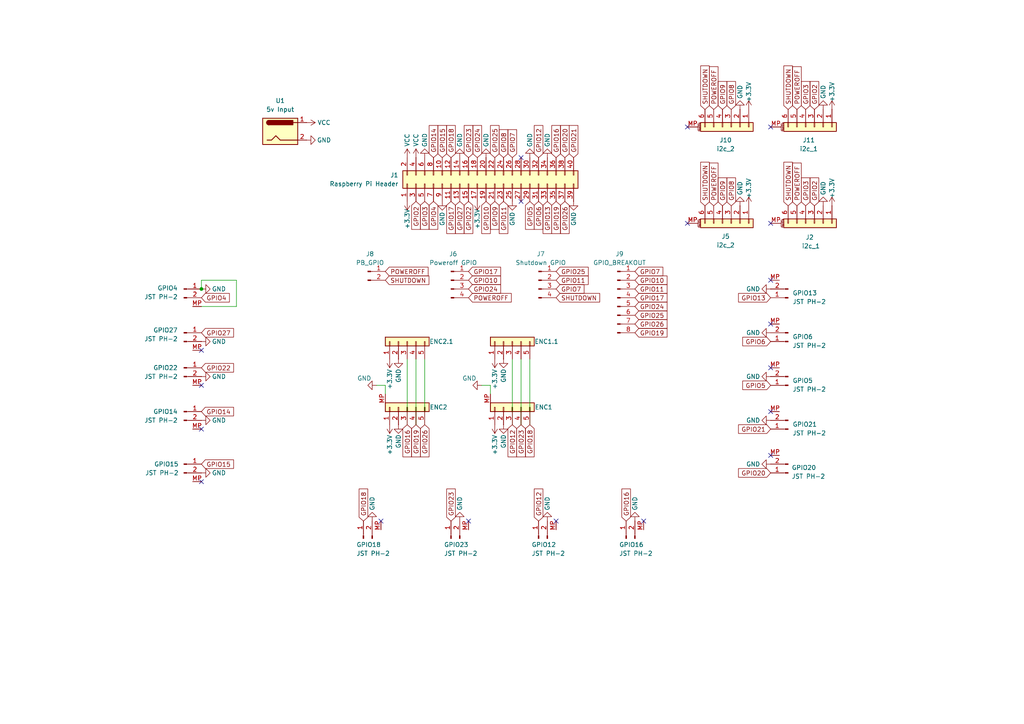
<source format=kicad_sch>
(kicad_sch (version 20250114) (generator "eeschema") (generator_version "9.0")
  (paper "A4")
  (lib_symbols
    (symbol "Connector:Conn_01x02_Pin" (pin_names (offset 1.016) (hide yes))
      (property "Reference" "J" (at 0 2.54 0))
      (property "Value" "Conn_01x02_Pin" (at 0 -5.08 0))
      (symbol "Conn_01x02_Pin_1_1"
        (rectangle (start 0.8636 0.127) (end 0 -0.127) (stroke (width 0.1524)) (fill (type outline)))
        (rectangle (start 0.8636 -2.413) (end 0 -2.667) (stroke (width 0.1524)) (fill (type outline)))
        (polyline (pts (xy 1.27 0) (xy 0.8636 0)) (stroke (width 0.1524)))
        (polyline (pts (xy 1.27 -2.54) (xy 0.8636 -2.54)) (stroke (width 0.1524)))
        (pin passive line (at 5.08 0 180) (length 3.81) (name "Pin_1") (number "1"))
        (pin passive line (at 5.08 -2.54 180) (length 3.81) (name "Pin_2") (number "2"))
      )
    )
    (symbol "Connector:Conn_01x04_Pin" (pin_names (offset 1.016) (hide yes))
      (property "Reference" "J" (at 0 5.08 0))
      (property "Value" "Conn_01x04_Pin" (at 0 -7.62 0))
      (symbol "Conn_01x04_Pin_1_1"
        (rectangle (start 0.8636 2.667) (end 0 2.413) (stroke (width 0.1524)) (fill (type outline)))
        (rectangle (start 0.8636 0.127) (end 0 -0.127) (stroke (width 0.1524)) (fill (type outline)))
        (rectangle (start 0.8636 -2.413) (end 0 -2.667) (stroke (width 0.1524)) (fill (type outline)))
        (rectangle (start 0.8636 -4.953) (end 0 -5.207) (stroke (width 0.1524)) (fill (type outline)))
        (polyline (pts (xy 1.27 2.54) (xy 0.8636 2.54)) (stroke (width 0.1524)))
        (polyline (pts (xy 1.27 0) (xy 0.8636 0)) (stroke (width 0.1524)))
        (polyline (pts (xy 1.27 -2.54) (xy 0.8636 -2.54)) (stroke (width 0.1524)))
        (polyline (pts (xy 1.27 -5.08) (xy 0.8636 -5.08)) (stroke (width 0.1524)))
        (pin passive line (at 5.08 2.54 180) (length 3.81) (name "Pin_1") (number "1"))
        (pin passive line (at 5.08 0 180) (length 3.81) (name "Pin_2") (number "2"))
        (pin passive line (at 5.08 -2.54 180) (length 3.81) (name "Pin_3") (number "3"))
        (pin passive line (at 5.08 -5.08 180) (length 3.81) (name "Pin_4") (number "4"))
      )
    )
    (symbol "Connector:Conn_01x08_Pin" (pin_names (offset 1.016) (hide yes))
      (property "Reference" "J" (at 0 10.16 0))
      (property "Value" "Conn_01x08_Pin" (at 0 -12.7 0))
      (symbol "Conn_01x08_Pin_1_1"
        (rectangle (start 0.8636 7.747) (end 0 7.493) (stroke (width 0.1524)) (fill (type outline)))
        (rectangle (start 0.8636 5.207) (end 0 4.953) (stroke (width 0.1524)) (fill (type outline)))
        (rectangle (start 0.8636 2.667) (end 0 2.413) (stroke (width 0.1524)) (fill (type outline)))
        (rectangle (start 0.8636 0.127) (end 0 -0.127) (stroke (width 0.1524)) (fill (type outline)))
        (rectangle (start 0.8636 -2.413) (end 0 -2.667) (stroke (width 0.1524)) (fill (type outline)))
        (rectangle (start 0.8636 -4.953) (end 0 -5.207) (stroke (width 0.1524)) (fill (type outline)))
        (rectangle (start 0.8636 -7.493) (end 0 -7.747) (stroke (width 0.1524)) (fill (type outline)))
        (rectangle (start 0.8636 -10.033) (end 0 -10.287) (stroke (width 0.1524)) (fill (type outline)))
        (polyline (pts (xy 1.27 7.62) (xy 0.8636 7.62)) (stroke (width 0.1524)))
        (polyline (pts (xy 1.27 5.08) (xy 0.8636 5.08)) (stroke (width 0.1524)))
        (polyline (pts (xy 1.27 2.54) (xy 0.8636 2.54)) (stroke (width 0.1524)))
        (polyline (pts (xy 1.27 0) (xy 0.8636 0)) (stroke (width 0.1524)))
        (polyline (pts (xy 1.27 -2.54) (xy 0.8636 -2.54)) (stroke (width 0.1524)))
        (polyline (pts (xy 1.27 -5.08) (xy 0.8636 -5.08)) (stroke (width 0.1524)))
        (polyline (pts (xy 1.27 -7.62) (xy 0.8636 -7.62)) (stroke (width 0.1524)))
        (polyline (pts (xy 1.27 -10.16) (xy 0.8636 -10.16)) (stroke (width 0.1524)))
        (pin passive line (at 5.08 7.62 180) (length 3.81) (name "Pin_1") (number "1"))
        (pin passive line (at 5.08 5.08 180) (length 3.81) (name "Pin_2") (number "2"))
        (pin passive line (at 5.08 2.54 180) (length 3.81) (name "Pin_3") (number "3"))
        (pin passive line (at 5.08 0 180) (length 3.81) (name "Pin_4") (number "4"))
        (pin passive line (at 5.08 -2.54 180) (length 3.81) (name "Pin_5") (number "5"))
        (pin passive line (at 5.08 -5.08 180) (length 3.81) (name "Pin_6") (number "6"))
        (pin passive line (at 5.08 -7.62 180) (length 3.81) (name "Pin_7") (number "7"))
        (pin passive line (at 5.08 -10.16 180) (length 3.81) (name "Pin_8") (number "8"))
      )
    )
    (symbol "Connector:Jack-DC" (pin_names (offset 1.016))
      (property "Reference" "J" (at 0 5.334 0))
      (property "Value" "Jack-DC" (at 0 -5.08 0))
      (symbol "Jack-DC_0_1"
        (rectangle (start -5.08 3.81) (end 5.08 -3.81) (stroke (width 0.254)) (fill (type background)))
        (polyline (pts (xy -3.81 -2.54) (xy -2.54 -2.54) (xy -1.27 -1.27) (xy 0 -2.54) (xy 2.54 -2.54) (xy 5.08 -2.54)) (stroke (width 0.254)))
        (arc (start -3.302 1.905) (mid -3.9343 2.54) (end -3.302 3.175) (stroke (width 0.254)))
        (arc (start -3.302 1.905) (mid -3.9343 2.54) (end -3.302 3.175) (stroke (width 0.254)) (fill (type outline)))
        (rectangle (start 3.683 3.175) (end -3.302 1.905) (stroke (width 0.254)) (fill (type outline)))
        (polyline (pts (xy 5.08 2.54) (xy 3.81 2.54)) (stroke (width 0.254)))
      )
      (symbol "Jack-DC_1_1"
        (pin passive line (at 7.62 2.54 180) (length 2.54) (name "~") (number "1"))
        (pin passive line (at 7.62 -2.54 180) (length 2.54) (name "~") (number "2"))
      )
    )
    (symbol "Connector_Generic:Conn_01x05" (pin_names (offset 1.016) (hide yes))
      (property "Reference" "J" (at 0 7.62 0))
      (property "Value" "Conn_01x05" (at 0 -7.62 0))
      (symbol "Conn_01x05_1_1"
        (rectangle (start -1.27 6.35) (end 1.27 -6.35) (stroke (width 0.254)) (fill (type background)))
        (rectangle (start -1.27 5.207) (end 0 4.953) (stroke (width 0.1524)))
        (rectangle (start -1.27 2.667) (end 0 2.413) (stroke (width 0.1524)))
        (rectangle (start -1.27 0.127) (end 0 -0.127) (stroke (width 0.1524)))
        (rectangle (start -1.27 -2.413) (end 0 -2.667) (stroke (width 0.1524)))
        (rectangle (start -1.27 -4.953) (end 0 -5.207) (stroke (width 0.1524)))
        (pin passive line (at -5.08 5.08 0) (length 3.81) (name "Pin_1") (number "1"))
        (pin passive line (at -5.08 2.54 0) (length 3.81) (name "Pin_2") (number "2"))
        (pin passive line (at -5.08 0 0) (length 3.81) (name "Pin_3") (number "3"))
        (pin passive line (at -5.08 -2.54 0) (length 3.81) (name "Pin_4") (number "4"))
        (pin passive line (at -5.08 -5.08 0) (length 3.81) (name "Pin_5") (number "5"))
      )
    )
    (symbol "Connector_Generic:Conn_02x20_Odd_Even" (pin_names (offset 1.016) (hide yes))
      (property "Reference" "J" (at 1.27 25.4 0))
      (property "Value" "Conn_02x20_Odd_Even" (at 1.27 -27.94 0))
      (symbol "Conn_02x20_Odd_Even_1_1"
        (rectangle (start -1.27 24.13) (end 3.81 -26.67) (stroke (width 0.254)) (fill (type background)))
        (rectangle (start -1.27 22.987) (end 0 22.733) (stroke (width 0.1524)))
        (rectangle (start -1.27 20.447) (end 0 20.193) (stroke (width 0.1524)))
        (rectangle (start -1.27 17.907) (end 0 17.653) (stroke (width 0.1524)))
        (rectangle (start -1.27 15.367) (end 0 15.113) (stroke (width 0.1524)))
        (rectangle (start -1.27 12.827) (end 0 12.573) (stroke (width 0.1524)))
        (rectangle (start -1.27 10.287) (end 0 10.033) (stroke (width 0.1524)))
        (rectangle (start -1.27 7.747) (end 0 7.493) (stroke (width 0.1524)))
        (rectangle (start -1.27 5.207) (end 0 4.953) (stroke (width 0.1524)))
        (rectangle (start -1.27 2.667) (end 0 2.413) (stroke (width 0.1524)))
        (rectangle (start -1.27 0.127) (end 0 -0.127) (stroke (width 0.1524)))
        (rectangle (start -1.27 -2.413) (end 0 -2.667) (stroke (width 0.1524)))
        (rectangle (start -1.27 -4.953) (end 0 -5.207) (stroke (width 0.1524)))
        (rectangle (start -1.27 -7.493) (end 0 -7.747) (stroke (width 0.1524)))
        (rectangle (start -1.27 -10.033) (end 0 -10.287) (stroke (width 0.1524)))
        (rectangle (start -1.27 -12.573) (end 0 -12.827) (stroke (width 0.1524)))
        (rectangle (start -1.27 -15.113) (end 0 -15.367) (stroke (width 0.1524)))
        (rectangle (start -1.27 -17.653) (end 0 -17.907) (stroke (width 0.1524)))
        (rectangle (start -1.27 -20.193) (end 0 -20.447) (stroke (width 0.1524)))
        (rectangle (start -1.27 -22.733) (end 0 -22.987) (stroke (width 0.1524)))
        (rectangle (start -1.27 -25.273) (end 0 -25.527) (stroke (width 0.1524)))
        (rectangle (start 3.81 22.987) (end 2.54 22.733) (stroke (width 0.1524)))
        (rectangle (start 3.81 20.447) (end 2.54 20.193) (stroke (width 0.1524)))
        (rectangle (start 3.81 17.907) (end 2.54 17.653) (stroke (width 0.1524)))
        (rectangle (start 3.81 15.367) (end 2.54 15.113) (stroke (width 0.1524)))
        (rectangle (start 3.81 12.827) (end 2.54 12.573) (stroke (width 0.1524)))
        (rectangle (start 3.81 10.287) (end 2.54 10.033) (stroke (width 0.1524)))
        (rectangle (start 3.81 7.747) (end 2.54 7.493) (stroke (width 0.1524)))
        (rectangle (start 3.81 5.207) (end 2.54 4.953) (stroke (width 0.1524)))
        (rectangle (start 3.81 2.667) (end 2.54 2.413) (stroke (width 0.1524)))
        (rectangle (start 3.81 0.127) (end 2.54 -0.127) (stroke (width 0.1524)))
        (rectangle (start 3.81 -2.413) (end 2.54 -2.667) (stroke (width 0.1524)))
        (rectangle (start 3.81 -4.953) (end 2.54 -5.207) (stroke (width 0.1524)))
        (rectangle (start 3.81 -7.493) (end 2.54 -7.747) (stroke (width 0.1524)))
        (rectangle (start 3.81 -10.033) (end 2.54 -10.287) (stroke (width 0.1524)))
        (rectangle (start 3.81 -12.573) (end 2.54 -12.827) (stroke (width 0.1524)))
        (rectangle (start 3.81 -15.113) (end 2.54 -15.367) (stroke (width 0.1524)))
        (rectangle (start 3.81 -17.653) (end 2.54 -17.907) (stroke (width 0.1524)))
        (rectangle (start 3.81 -20.193) (end 2.54 -20.447) (stroke (width 0.1524)))
        (rectangle (start 3.81 -22.733) (end 2.54 -22.987) (stroke (width 0.1524)))
        (rectangle (start 3.81 -25.273) (end 2.54 -25.527) (stroke (width 0.1524)))
        (pin passive line (at -5.08 22.86 0) (length 3.81) (name "Pin_1") (number "1"))
        (pin passive line (at -5.08 20.32 0) (length 3.81) (name "Pin_3") (number "3"))
        (pin passive line (at -5.08 17.78 0) (length 3.81) (name "Pin_5") (number "5"))
        (pin passive line (at -5.08 15.24 0) (length 3.81) (name "Pin_7") (number "7"))
        (pin passive line (at -5.08 12.7 0) (length 3.81) (name "Pin_9") (number "9"))
        (pin passive line (at -5.08 10.16 0) (length 3.81) (name "Pin_11") (number "11"))
        (pin passive line (at -5.08 7.62 0) (length 3.81) (name "Pin_13") (number "13"))
        (pin passive line (at -5.08 5.08 0) (length 3.81) (name "Pin_15") (number "15"))
        (pin passive line (at -5.08 2.54 0) (length 3.81) (name "Pin_17") (number "17"))
        (pin passive line (at -5.08 0 0) (length 3.81) (name "Pin_19") (number "19"))
        (pin passive line (at -5.08 -2.54 0) (length 3.81) (name "Pin_21") (number "21"))
        (pin passive line (at -5.08 -5.08 0) (length 3.81) (name "Pin_23") (number "23"))
        (pin passive line (at -5.08 -7.62 0) (length 3.81) (name "Pin_25") (number "25"))
        (pin passive line (at -5.08 -10.16 0) (length 3.81) (name "Pin_27") (number "27"))
        (pin passive line (at -5.08 -12.7 0) (length 3.81) (name "Pin_29") (number "29"))
        (pin passive line (at -5.08 -15.24 0) (length 3.81) (name "Pin_31") (number "31"))
        (pin passive line (at -5.08 -17.78 0) (length 3.81) (name "Pin_33") (number "33"))
        (pin passive line (at -5.08 -20.32 0) (length 3.81) (name "Pin_35") (number "35"))
        (pin passive line (at -5.08 -22.86 0) (length 3.81) (name "Pin_37") (number "37"))
        (pin passive line (at -5.08 -25.4 0) (length 3.81) (name "Pin_39") (number "39"))
        (pin passive line (at 7.62 22.86 180) (length 3.81) (name "Pin_2") (number "2"))
        (pin passive line (at 7.62 20.32 180) (length 3.81) (name "Pin_4") (number "4"))
        (pin passive line (at 7.62 17.78 180) (length 3.81) (name "Pin_6") (number "6"))
        (pin passive line (at 7.62 15.24 180) (length 3.81) (name "Pin_8") (number "8"))
        (pin passive line (at 7.62 12.7 180) (length 3.81) (name "Pin_10") (number "10"))
        (pin passive line (at 7.62 10.16 180) (length 3.81) (name "Pin_12") (number "12"))
        (pin passive line (at 7.62 7.62 180) (length 3.81) (name "Pin_14") (number "14"))
        (pin passive line (at 7.62 5.08 180) (length 3.81) (name "Pin_16") (number "16"))
        (pin passive line (at 7.62 2.54 180) (length 3.81) (name "Pin_18") (number "18"))
        (pin passive line (at 7.62 0 180) (length 3.81) (name "Pin_20") (number "20"))
        (pin passive line (at 7.62 -2.54 180) (length 3.81) (name "Pin_22") (number "22"))
        (pin passive line (at 7.62 -5.08 180) (length 3.81) (name "Pin_24") (number "24"))
        (pin passive line (at 7.62 -7.62 180) (length 3.81) (name "Pin_26") (number "26"))
        (pin passive line (at 7.62 -10.16 180) (length 3.81) (name "Pin_28") (number "28"))
        (pin passive line (at 7.62 -12.7 180) (length 3.81) (name "Pin_30") (number "30"))
        (pin passive line (at 7.62 -15.24 180) (length 3.81) (name "Pin_32") (number "32"))
        (pin passive line (at 7.62 -17.78 180) (length 3.81) (name "Pin_34") (number "34"))
        (pin passive line (at 7.62 -20.32 180) (length 3.81) (name "Pin_36") (number "36"))
        (pin passive line (at 7.62 -22.86 180) (length 3.81) (name "Pin_38") (number "38"))
        (pin passive line (at 7.62 -25.4 180) (length 3.81) (name "Pin_40") (number "40"))
      )
    )
    (symbol "Connector_Generic_MountingPin:Conn_01x06_MountingPin" (pin_names (offset 1.016) (hide yes))
      (property "Reference" "J" (at 0 7.62 0))
      (property "Value" "Conn_01x06_MountingPin" (at 1.27 -10.16 0))
      (symbol "Conn_01x06_MountingPin_1_1"
        (rectangle (start -1.27 6.35) (end 1.27 -8.89) (stroke (width 0.254)) (fill (type background)))
        (rectangle (start -1.27 5.207) (end 0 4.953) (stroke (width 0.1524)))
        (rectangle (start -1.27 2.667) (end 0 2.413) (stroke (width 0.1524)))
        (rectangle (start -1.27 0.127) (end 0 -0.127) (stroke (width 0.1524)))
        (rectangle (start -1.27 -2.413) (end 0 -2.667) (stroke (width 0.1524)))
        (rectangle (start -1.27 -4.953) (end 0 -5.207) (stroke (width 0.1524)))
        (rectangle (start -1.27 -7.493) (end 0 -7.747) (stroke (width 0.1524)))
        (polyline (pts (xy -1.016 -9.652) (xy 1.016 -9.652)) (stroke (width 0.1524)))
        (text "Mounting" (at 0 -9.271 0) (effects (font (size 0.381 0.381))))
        (pin passive line (at -5.08 5.08 0) (length 3.81) (name "Pin_1") (number "1"))
        (pin passive line (at -5.08 2.54 0) (length 3.81) (name "Pin_2") (number "2"))
        (pin passive line (at -5.08 0 0) (length 3.81) (name "Pin_3") (number "3"))
        (pin passive line (at -5.08 -2.54 0) (length 3.81) (name "Pin_4") (number "4"))
        (pin passive line (at -5.08 -5.08 0) (length 3.81) (name "Pin_5") (number "5"))
        (pin passive line (at -5.08 -7.62 0) (length 3.81) (name "Pin_6") (number "6"))
        (pin passive line (at 0 -12.7 90) (length 3.048) (name "MountPin") (number "MP"))
      )
    )
    (symbol "aerojudge:Conn_01x02_Pin_WITH_MP" (pin_names (offset 1.016) (hide yes))
      (property "Reference" "J" (at 0 2.54 0))
      (property "Value" "Conn_01x02_Pin_WITH_MP" (at 0 -6.858 0))
      (symbol "Conn_01x02_Pin_WITH_MP_1_1"
        (rectangle (start 0.8636 0.127) (end 0 -0.127) (stroke (width 0.1524)) (fill (type outline)))
        (rectangle (start 0.8636 -2.413) (end 0 -2.667) (stroke (width 0.1524)) (fill (type outline)))
        (polyline (pts (xy 1.27 0) (xy 0.8636 0)) (stroke (width 0.1524)))
        (polyline (pts (xy 1.27 -2.54) (xy 0.8636 -2.54)) (stroke (width 0.1524)))
        (pin passive line (at 5.08 0 180) (length 3.81) (name "Pin_1") (number "1"))
        (pin passive line (at 5.08 -2.54 180) (length 3.81) (name "Pin_2") (number "2"))
        (pin unspecified line (at 5.08 -5.08 180) (length 2.54) (name "MP") (number "MP"))
      )
    )
    (symbol "aerojudge:Conn_01x05_WITH_MP" (pin_names (offset 1.016) (hide yes))
      (property "Reference" "J" (at 0 7.62 0))
      (property "Value" "Conn_01x05_WITH_MP" (at 0 -7.62 0))
      (symbol "Conn_01x05_WITH_MP_1_1"
        (rectangle (start -1.27 6.35) (end 1.27 -6.35) (stroke (width 0.254)) (fill (type background)))
        (rectangle (start -1.27 5.207) (end 0 4.953) (stroke (width 0.1524)))
        (rectangle (start -1.27 2.667) (end 0 2.413) (stroke (width 0.1524)))
        (rectangle (start -1.27 0.127) (end 0 -0.127) (stroke (width 0.1524)))
        (rectangle (start -1.27 -2.413) (end 0 -2.667) (stroke (width 0.1524)))
        (rectangle (start -1.27 -4.953) (end 0 -5.207) (stroke (width 0.1524)))
        (pin passive line (at -5.08 5.08 0) (length 3.81) (name "Pin_1") (number "1"))
        (pin passive line (at -5.08 2.54 0) (length 3.81) (name "Pin_2") (number "2"))
        (pin passive line (at -5.08 0 0) (length 3.81) (name "Pin_3") (number "3"))
        (pin passive line (at -5.08 -2.54 0) (length 3.81) (name "Pin_4") (number "4"))
        (pin passive line (at -5.08 -5.08 0) (length 3.81) (name "Pin_5") (number "5"))
        (pin unspecified line (at 3.81 6.35 180) (length 2.54) (name "MP") (number "MP"))
      )
    )
    (symbol "power:+3.3V" (power) (pin_numbers (hide yes)) (pin_names (offset 0) (hide yes))
      (property "Value" "+3.3V" (at 0 3.556 0))
      (symbol "+3.3V_0_1"
        (polyline (pts (xy -0.762 1.27) (xy 0 2.54)))
        (polyline (pts (xy 0 2.54) (xy 0.762 1.27)))
        (polyline (pts (xy 0 0) (xy 0 2.54)))
      )
      (symbol "+3.3V_1_1"
        (pin power_in line (at 0 0 90) (length 0) (name "~") (number "1"))
      )
    )
    (symbol "power:GND" (power) (pin_numbers (hide yes)) (pin_names (offset 0) (hide yes))
      (property "Value" "GND" (at 0 -3.81 0))
      (symbol "GND_0_1"
        (polyline (pts (xy 0 0) (xy 0 -1.27) (xy 1.27 -1.27) (xy 0 -2.54) (xy -1.27 -1.27) (xy 0 -1.27)))
      )
      (symbol "GND_1_1"
        (pin power_in line (at 0 0 270) (length 0) (name "~") (number "1"))
      )
    )
    (symbol "power:VCC" (power) (pin_numbers (hide yes)) (pin_names (offset 0) (hide yes))
      (property "Value" "VCC" (at 0 3.556 0))
      (symbol "VCC_0_1"
        (polyline (pts (xy -0.762 1.27) (xy 0 2.54)))
        (polyline (pts (xy 0 2.54) (xy 0.762 1.27)))
        (polyline (pts (xy 0 0) (xy 0 2.54)))
      )
      (symbol "VCC_1_1"
        (pin power_in line (at 0 0 90) (length 0) (name "~") (number "1"))
      )
    )
  )
  (junction (at 58.42 83.82))
  (no_connect (at 223.52 132.08))
  (no_connect (at 161.29 151.13))
  (no_connect (at 223.52 36.83))
  (no_connect (at 186.69 151.13))
  (no_connect (at 223.52 93.98))
  (no_connect (at 223.52 64.77))
  (no_connect (at 58.42 139.7))
  (no_connect (at 199.39 64.77))
  (no_connect (at 199.39 36.83))
  (no_connect (at 135.89 151.13))
  (no_connect (at 223.52 106.68))
  (no_connect (at 58.42 101.6))
  (no_connect (at 58.42 111.76))
  (no_connect (at 223.52 81.28))
  (no_connect (at 151.13 45.72))
  (no_connect (at 151.13 58.42))
  (no_connect (at 58.42 124.46))
  (no_connect (at 223.52 119.38))
  (no_connect (at 110.49 151.13))
  (wire (pts (xy 142.24 111.76) (xy 139.7 111.76)))
  (wire (pts (xy 148.59 104.14) (xy 148.59 123.19)))
  (wire (pts (xy 58.42 81.28) (xy 58.42 83.82)))
  (wire (pts (xy 111.76 111.76) (xy 109.22 111.76)))
  (wire (pts (xy 68.58 88.9) (xy 58.42 88.9)))
  (wire (pts (xy 151.13 104.14) (xy 151.13 123.19)))
  (wire (pts (xy 153.67 104.14) (xy 153.67 123.19)))
  (wire (pts (xy 118.11 104.14) (xy 118.11 123.19)))
  (wire (pts (xy 111.76 114.3) (xy 111.76 111.76)))
  (wire (pts (xy 142.24 114.3) (xy 142.24 111.76)))
  (wire (pts (xy 68.58 81.28) (xy 58.42 81.28)))
  (wire (pts (xy 120.65 104.14) (xy 120.65 123.19)))
  (wire (pts (xy 123.19 104.14) (xy 123.19 123.19)))
  (wire (pts (xy 68.58 81.28) (xy 68.58 88.9)))
  (global_label "GPIO6" (shape input) (at 223.52 99.06 180) (property "Intersheetrefs" "${INTERSHEET_REFS}" (effects (hide yes))))
  (global_label "GPIO11" (shape input) (at 184.15 83.82 0) (property "Intersheetrefs" "${INTERSHEET_REFS}" (effects (hide yes))))
  (global_label "GPIO24" (shape input) (at 135.89 83.82 0) (property "Intersheetrefs" "${INTERSHEET_REFS}" (effects (hide yes))))
  (global_label "SHUTDOWN" (shape input) (at 204.47 31.75 90) (property "Intersheetrefs" "${INTERSHEET_REFS}" (effects (hide yes))))
  (global_label "POWEROFF" (shape input) (at 207.01 59.69 90) (property "Intersheetrefs" "${INTERSHEET_REFS}" (effects (hide yes))))
  (global_label "GPIO3" (shape input) (at 233.68 59.69 90) (property "Intersheetrefs" "${INTERSHEET_REFS}" (effects (hide yes))))
  (global_label "GPIO2" (shape input) (at 120.65 58.42 270) (property "Intersheetrefs" "${INTERSHEET_REFS}" (effects (hide yes))))
  (global_label "GPIO21" (shape input) (at 223.52 124.46 180) (property "Intersheetrefs" "${INTERSHEET_REFS}" (effects (hide yes))))
  (global_label "GPIO23" (shape input) (at 151.13 123.19 270) (property "Intersheetrefs" "${INTERSHEET_REFS}" (effects (hide yes))))
  (global_label "GPIO19" (shape input) (at 161.29 58.42 270) (property "Intersheetrefs" "${INTERSHEET_REFS}" (effects (hide yes))))
  (global_label "GPIO12" (shape input) (at 156.21 151.13 90) (property "Intersheetrefs" "${INTERSHEET_REFS}" (effects (hide yes))))
  (global_label "GPIO8" (shape input) (at 212.09 31.75 90) (property "Intersheetrefs" "${INTERSHEET_REFS}" (effects (hide yes))))
  (global_label "GPIO11" (shape input) (at 146.05 58.42 270) (property "Intersheetrefs" "${INTERSHEET_REFS}" (effects (hide yes))))
  (global_label "GPIO8" (shape input) (at 146.05 45.72 90) (property "Intersheetrefs" "${INTERSHEET_REFS}" (effects (hide yes))))
  (global_label "GPIO25" (shape input) (at 143.51 45.72 90) (property "Intersheetrefs" "${INTERSHEET_REFS}" (effects (hide yes))))
  (global_label "GPIO16" (shape input) (at 161.29 45.72 90) (property "Intersheetrefs" "${INTERSHEET_REFS}" (effects (hide yes))))
  (global_label "GPIO22" (shape input) (at 135.89 58.42 270) (property "Intersheetrefs" "${INTERSHEET_REFS}" (effects (hide yes))))
  (global_label "GPIO15" (shape input) (at 128.27 45.72 90) (property "Intersheetrefs" "${INTERSHEET_REFS}" (effects (hide yes))))
  (global_label "GPIO5" (shape input) (at 223.52 111.76 180) (property "Intersheetrefs" "${INTERSHEET_REFS}" (effects (hide yes))))
  (global_label "GPIO15" (shape input) (at 58.42 134.62 0) (property "Intersheetrefs" "${INTERSHEET_REFS}" (effects (hide yes))))
  (global_label "GPIO7" (shape input) (at 148.59 45.72 90) (property "Intersheetrefs" "${INTERSHEET_REFS}" (effects (hide yes))))
  (global_label "SHUTDOWN" (shape input) (at 228.6 59.69 90) (property "Intersheetrefs" "${INTERSHEET_REFS}" (effects (hide yes))))
  (global_label "GPIO13" (shape input) (at 223.52 86.36 180) (property "Intersheetrefs" "${INTERSHEET_REFS}" (effects (hide yes))))
  (global_label "GPIO25" (shape input) (at 161.29 78.74 0) (property "Intersheetrefs" "${INTERSHEET_REFS}" (effects (hide yes))))
  (global_label "GPIO19" (shape input) (at 184.15 96.52 0) (property "Intersheetrefs" "${INTERSHEET_REFS}" (effects (hide yes))))
  (global_label "SHUTDOWN" (shape input) (at 111.76 81.28 0) (property "Intersheetrefs" "${INTERSHEET_REFS}" (effects (hide yes))))
  (global_label "GPIO26" (shape input) (at 163.83 58.42 270) (property "Intersheetrefs" "${INTERSHEET_REFS}" (effects (hide yes))))
  (global_label "GPIO10" (shape input) (at 135.89 81.28 0) (property "Intersheetrefs" "${INTERSHEET_REFS}" (effects (hide yes))))
  (global_label "GPIO13" (shape input) (at 158.75 58.42 270) (property "Intersheetrefs" "${INTERSHEET_REFS}" (effects (hide yes))))
  (global_label "POWEROFF" (shape input) (at 231.14 59.69 90) (property "Intersheetrefs" "${INTERSHEET_REFS}" (effects (hide yes))))
  (global_label "GPIO20" (shape input) (at 163.83 45.72 90) (property "Intersheetrefs" "${INTERSHEET_REFS}" (effects (hide yes))))
  (global_label "GPIO10" (shape input) (at 140.97 58.42 270) (property "Intersheetrefs" "${INTERSHEET_REFS}" (effects (hide yes))))
  (global_label "GPIO10" (shape input) (at 184.15 81.28 0) (property "Intersheetrefs" "${INTERSHEET_REFS}" (effects (hide yes))))
  (global_label "GPIO2" (shape input) (at 236.22 31.75 90) (property "Intersheetrefs" "${INTERSHEET_REFS}" (effects (hide yes))))
  (global_label "GPIO7" (shape input) (at 161.29 83.82 0) (property "Intersheetrefs" "${INTERSHEET_REFS}" (effects (hide yes))))
  (global_label "GPIO26" (shape input) (at 184.15 93.98 0) (property "Intersheetrefs" "${INTERSHEET_REFS}" (effects (hide yes))))
  (global_label "GPIO18" (shape input) (at 153.67 123.19 270) (property "Intersheetrefs" "${INTERSHEET_REFS}" (effects (hide yes))))
  (global_label "POWEROFF" (shape input) (at 135.89 86.36 0) (property "Intersheetrefs" "${INTERSHEET_REFS}" (effects (hide yes))))
  (global_label "GPIO9" (shape input) (at 209.55 31.75 90) (property "Intersheetrefs" "${INTERSHEET_REFS}" (effects (hide yes))))
  (global_label "GPIO25" (shape input) (at 184.15 91.44 0) (property "Intersheetrefs" "${INTERSHEET_REFS}" (effects (hide yes))))
  (global_label "GPIO4" (shape input) (at 58.42 86.36 0) (property "Intersheetrefs" "${INTERSHEET_REFS}" (effects (hide yes))))
  (global_label "SHUTDOWN" (shape input) (at 161.29 86.36 0) (property "Intersheetrefs" "${INTERSHEET_REFS}" (effects (hide yes))))
  (global_label "GPIO14" (shape input) (at 125.73 45.72 90) (property "Intersheetrefs" "${INTERSHEET_REFS}" (effects (hide yes))))
  (global_label "GPIO16" (shape input) (at 181.61 151.13 90) (property "Intersheetrefs" "${INTERSHEET_REFS}" (effects (hide yes))))
  (global_label "GPIO18" (shape input) (at 105.41 151.13 90) (property "Intersheetrefs" "${INTERSHEET_REFS}" (effects (hide yes))))
  (global_label "GPIO21" (shape input) (at 166.37 45.72 90) (property "Intersheetrefs" "${INTERSHEET_REFS}" (effects (hide yes))))
  (global_label "POWEROFF" (shape input) (at 207.01 31.75 90) (property "Intersheetrefs" "${INTERSHEET_REFS}" (effects (hide yes))))
  (global_label "GPIO14" (shape input) (at 58.42 119.38 0) (property "Intersheetrefs" "${INTERSHEET_REFS}" (effects (hide yes))))
  (global_label "GPIO6" (shape input) (at 156.21 58.42 270) (property "Intersheetrefs" "${INTERSHEET_REFS}" (effects (hide yes))))
  (global_label "GPIO27" (shape input) (at 58.42 96.52 0) (property "Intersheetrefs" "${INTERSHEET_REFS}" (effects (hide yes))))
  (global_label "GPIO17" (shape input) (at 135.89 78.74 0) (property "Intersheetrefs" "${INTERSHEET_REFS}" (effects (hide yes))))
  (global_label "GPIO16" (shape input) (at 118.11 123.19 270) (property "Intersheetrefs" "${INTERSHEET_REFS}" (effects (hide yes))))
  (global_label "GPIO9" (shape input) (at 209.55 59.69 90) (property "Intersheetrefs" "${INTERSHEET_REFS}" (effects (hide yes))))
  (global_label "POWEROFF" (shape input) (at 231.14 31.75 90) (property "Intersheetrefs" "${INTERSHEET_REFS}" (effects (hide yes))))
  (global_label "GPIO26" (shape input) (at 123.19 123.19 270) (property "Intersheetrefs" "${INTERSHEET_REFS}" (effects (hide yes))))
  (global_label "SHUTDOWN" (shape input) (at 228.6 31.75 90) (property "Intersheetrefs" "${INTERSHEET_REFS}" (effects (hide yes))))
  (global_label "GPIO19" (shape input) (at 120.65 123.19 270) (property "Intersheetrefs" "${INTERSHEET_REFS}" (effects (hide yes))))
  (global_label "GPIO12" (shape input) (at 156.21 45.72 90) (property "Intersheetrefs" "${INTERSHEET_REFS}" (effects (hide yes))))
  (global_label "GPIO27" (shape input) (at 133.35 58.42 270) (property "Intersheetrefs" "${INTERSHEET_REFS}" (effects (hide yes))))
  (global_label "GPIO11" (shape input) (at 161.29 81.28 0) (property "Intersheetrefs" "${INTERSHEET_REFS}" (effects (hide yes))))
  (global_label "GPIO23" (shape input) (at 135.89 45.72 90) (property "Intersheetrefs" "${INTERSHEET_REFS}" (effects (hide yes))))
  (global_label "GPIO12" (shape input) (at 148.59 123.19 270) (property "Intersheetrefs" "${INTERSHEET_REFS}" (effects (hide yes))))
  (global_label "GPIO24" (shape input) (at 138.43 45.72 90) (property "Intersheetrefs" "${INTERSHEET_REFS}" (effects (hide yes))))
  (global_label "GPIO3" (shape input) (at 233.68 31.75 90) (property "Intersheetrefs" "${INTERSHEET_REFS}" (effects (hide yes))))
  (global_label "SHUTDOWN" (shape input) (at 204.47 59.69 90) (property "Intersheetrefs" "${INTERSHEET_REFS}" (effects (hide yes))))
  (global_label "GPIO3" (shape input) (at 123.19 58.42 270) (property "Intersheetrefs" "${INTERSHEET_REFS}" (effects (hide yes))))
  (global_label "GPIO8" (shape input) (at 212.09 59.69 90) (property "Intersheetrefs" "${INTERSHEET_REFS}" (effects (hide yes))))
  (global_label "GPIO17" (shape input) (at 184.15 86.36 0) (property "Intersheetrefs" "${INTERSHEET_REFS}" (effects (hide yes))))
  (global_label "POWEROFF" (shape input) (at 111.76 78.74 0) (property "Intersheetrefs" "${INTERSHEET_REFS}" (effects (hide yes))))
  (global_label "GPIO22" (shape input) (at 58.42 106.68 0) (property "Intersheetrefs" "${INTERSHEET_REFS}" (effects (hide yes))))
  (global_label "GPIO9" (shape input) (at 143.51 58.42 270) (property "Intersheetrefs" "${INTERSHEET_REFS}" (effects (hide yes))))
  (global_label "GPIO24" (shape input) (at 184.15 88.9 0) (property "Intersheetrefs" "${INTERSHEET_REFS}" (effects (hide yes))))
  (global_label "GPIO5" (shape input) (at 153.67 58.42 270) (property "Intersheetrefs" "${INTERSHEET_REFS}" (effects (hide yes))))
  (global_label "GPIO20" (shape input) (at 223.52 137.16 180) (property "Intersheetrefs" "${INTERSHEET_REFS}" (effects (hide yes))))
  (global_label "GPIO4" (shape input) (at 125.73 58.42 270) (property "Intersheetrefs" "${INTERSHEET_REFS}" (effects (hide yes))))
  (global_label "GPIO17" (shape input) (at 130.81 58.42 270) (property "Intersheetrefs" "${INTERSHEET_REFS}" (effects (hide yes))))
  (global_label "GPIO23" (shape input) (at 130.81 151.13 90) (property "Intersheetrefs" "${INTERSHEET_REFS}" (effects (hide yes))))
  (global_label "GPIO7" (shape input) (at 184.15 78.74 0) (property "Intersheetrefs" "${INTERSHEET_REFS}" (effects (hide yes))))
  (global_label "GPIO2" (shape input) (at 236.22 59.69 90) (property "Intersheetrefs" "${INTERSHEET_REFS}" (effects (hide yes))))
  (global_label "GPIO18" (shape input) (at 130.81 45.72 90) (property "Intersheetrefs" "${INTERSHEET_REFS}" (effects (hide yes))))
  (symbol (lib_id "power:GND") (at 148.59 58.42 0) (unit 1)
    (property "Reference" "#PWR05" (effects (hide yes)))
    (property "Value" "GND" (at 148.59 63.5 90))
    (property "Description" "Power symbol creates a global label with name \"GND\" , ground" (effects (hide yes)))
  )
  (symbol (lib_id "aerojudge:Conn_01x02_Pin_WITH_MP") (at 181.61 156.21 90) (unit 1)
    (property "Reference" "GPIO16" (at 179.578 157.988 90) (effects (justify right)))
    (property "Value" "JST PH-2" (at 179.578 160.528 90) (effects (justify right)))
    (property "Footprint" "Custom_Library:JST_PH_S2B-PH-K_1x02_P2.00mm_Horizontal_MP" (effects (hide yes)))
    (property "Description" "Generic connector, single row, 01x02, script generated" (effects (hide yes)))
  )
  (symbol (lib_id "power:GND") (at 223.52 109.22 270) (unit 1)
    (property "Reference" "#PWR021" (effects (hide yes)))
    (property "Value" "GND" (at 218.44 109.22 90))
    (property "Description" "Power symbol creates a global label with name \"GND\" , ground" (effects (hide yes)))
  )
  (symbol (lib_id "power:GND") (at 238.76 31.75 180) (unit 1)
    (property "Reference" "#PWR047" (effects (hide yes)))
    (property "Value" "GND" (at 238.76 26.67 90))
    (property "Description" "Power symbol creates a global label with name \"GND\" , ground" (effects (hide yes)))
  )
  (symbol (lib_id "aerojudge:Conn_01x02_Pin_WITH_MP") (at 156.21 156.21 90) (unit 1)
    (property "Reference" "GPIO12" (at 154.178 157.988 90) (effects (justify right)))
    (property "Value" "JST PH-2" (at 154.178 160.528 90) (effects (justify right)))
    (property "Footprint" "Custom_Library:JST_PH_S2B-PH-K_1x02_P2.00mm_Horizontal_MP" (effects (hide yes)))
    (property "Description" "Generic connector, single row, 01x02, script generated" (effects (hide yes)))
  )
  (symbol (lib_id "power:GND") (at 58.42 99.06 90) (unit 1)
    (property "Reference" "#PWR025" (effects (hide yes)))
    (property "Value" "GND" (at 63.5 99.06 90))
    (property "Description" "Power symbol creates a global label with name \"GND\" , ground" (effects (hide yes)))
  )
  (symbol (lib_id "aerojudge:Conn_01x02_Pin_WITH_MP") (at 53.34 119.38 0) (unit 1)
    (property "Reference" "GPIO14" (at 51.562 119.38 0) (effects (justify right)))
    (property "Value" "JST PH-2" (at 51.562 121.92 0) (effects (justify right)))
    (property "Footprint" "Custom_Library:JST_PH_S2B-PH-K_1x02_P2.00mm_Horizontal_MP" (effects (hide yes)))
    (property "Description" "Generic connector, single row, 01x02, script generated" (effects (hide yes)))
  )
  (symbol (lib_id "Connector:Conn_01x08_Pin") (at 179.07 86.36 0) (unit 1)
    (property "Reference" "J9" (at 179.705 73.66 0))
    (property "Value" "GPIO_BREAKOUT" (at 179.705 76.2 0))
    (property "Footprint" "Custom_Library:PinHeader_2x04_P1.27mm_Vertical_SMD_NoBorder" (effects (hide yes)))
    (property "Description" "Generic connector, single row, 01x08, script generated" (effects (hide yes)))
  )
  (symbol (lib_id "aerojudge:Conn_01x05_WITH_MP") (at 118.11 118.11 90) (unit 1)
    (property "Reference" "ENC2" (at 129.794 118.11 90) (effects (justify left)))
    (property "Value" "Encoder_2mm_1x5_MP" (effects (hide yes)))
    (property "Footprint" "Connector_JST:JST_PH_S5B-PH-SM4-TB_1x05-1MP_P2.00mm_Horizontal" (effects (hide yes)))
  )
  (symbol (lib_id "Connector_Generic_MountingPin:Conn_01x06_MountingPin") (at 236.22 64.77 270) (unit 1)
    (property "Reference" "J2" (at 234.8484 68.834 90))
    (property "Value" "i2c_1" (at 235.204 71.374 90))
    (property "Footprint" "Connector_JST:JST_PH_S6B-PH-SM4-TB_1x06-1MP_P2.00mm_Horizontal" (effects (hide yes)))
  )
  (symbol (lib_id "Connector:Jack-DC") (at 81.28 38.1 0) (unit 1)
    (property "Reference" "U1" (at 81.28 29.21 0))
    (property "Value" "5v Input" (at 81.28 31.75 0))
    (property "Footprint" "Custom_Library:Solder_Pads" (effects (hide yes)))
    (property "Description" "DC Barrel Jack" (effects (hide yes)))
  )
  (symbol (lib_id "power:VCC") (at 118.11 45.72 0) (unit 1)
    (property "Reference" "#PWR014" (effects (hide yes)))
    (property "Value" "VCC" (at 118.11 40.64 90))
    (property "Description" "Power symbol creates a global label with name \"VCC\"" (effects (hide yes)))
  )
  (symbol (lib_id "power:GND") (at 140.97 45.72 180) (unit 1)
    (property "Reference" "#PWR08" (effects (hide yes)))
    (property "Value" "GND" (at 140.97 40.64 90))
    (property "Description" "Power symbol creates a global label with name \"GND\" , ground" (effects (hide yes)))
  )
  (symbol (lib_id "power:GND") (at 146.05 123.19 0) (unit 1)
    (property "Reference" "#PWR012" (effects (hide yes)))
    (property "Value" "GND" (at 146.05 125.984 90) (effects (justify right)))
    (property "Description" "Power symbol creates a global label with name \"GND\" , ground" (effects (hide yes)))
  )
  (symbol (lib_id "Connector_Generic:Conn_02x20_Odd_Even") (at 140.97 53.34 90) (unit 1)
    (property "Reference" "J1" (at 115.57 50.7999 90) (effects (justify left)))
    (property "Value" "Raspberry Pi Header" (at 115.57 53.3399 90) (effects (justify left)))
    (property "Footprint" "Custom_Library:PinHeader_2x20_P2.54mm_RPI" (effects (hide yes)))
  )
  (symbol (lib_id "aerojudge:Conn_01x02_Pin_WITH_MP") (at 105.41 156.21 90) (unit 1)
    (property "Reference" "GPIO18" (at 103.378 157.988 90) (effects (justify right)))
    (property "Value" "JST PH-2" (at 103.378 160.528 90) (effects (justify right)))
    (property "Footprint" "Custom_Library:JST_PH_S2B-PH-K_1x02_P2.00mm_Horizontal_MP" (effects (hide yes)))
    (property "Description" "Generic connector, single row, 01x02, script generated" (effects (hide yes)))
  )
  (symbol (lib_id "aerojudge:Conn_01x02_Pin_WITH_MP") (at 53.34 83.82 0) (unit 1)
    (property "Reference" "GPIO4" (at 51.562 83.566 0) (effects (justify right)))
    (property "Value" "JST PH-2" (at 51.562 86.106 0) (effects (justify right)))
    (property "Footprint" "Custom_Library:JST_PH_S2B-PH-K_1x02_P2.00mm_Horizontal_MP" (effects (hide yes)))
    (property "Description" "Generic connector, single row, 01x02, script generated" (effects (hide yes)))
  )
  (symbol (lib_id "power:VCC") (at 88.9 35.56 270) (unit 1)
    (property "Reference" "#PWR036" (effects (hide yes)))
    (property "Value" "VCC" (at 93.98 35.56 90))
    (property "Description" "Power symbol creates a global label with name \"VCC\"" (effects (hide yes)))
  )
  (symbol (lib_id "power:GND") (at 115.57 123.19 0) (unit 1)
    (property "Reference" "#PWR017" (effects (hide yes)))
    (property "Value" "GND" (at 115.57 125.984 90) (effects (justify right)))
    (property "Description" "Power symbol creates a global label with name \"GND\" , ground" (effects (hide yes)))
  )
  (symbol (lib_id "aerojudge:Conn_01x02_Pin_WITH_MP") (at 228.6 99.06 180) (unit 1)
    (property "Reference" "GPIO6" (at 229.87 97.6883 0) (effects (justify right)))
    (property "Value" "JST PH-2" (at 229.87 100.2283 0) (effects (justify right)))
    (property "Footprint" "Custom_Library:JST_PH_S2B-PH-K_1x02_P2.00mm_Horizontal_MP" (effects (hide yes)))
    (property "Description" "Generic connector, single row, 01x02, script generated" (effects (hide yes)))
  )
  (symbol (lib_id "Connector_Generic:Conn_01x05") (at 118.11 99.06 90) (unit 1)
    (property "Reference" "ENC2.1" (at 128.016 99.06 90))
    (property "Value" "Conn_01x05" (effects (hide yes)))
    (property "Footprint" "Connector_PinHeader_2.00mm:PinHeader_1x05_P2.00mm_Vertical" (effects (hide yes)))
    (property "Description" "Generic connector, single row, 01x05, script generated (kicad-library-utils/schlib/autogen/connector/)" (effects (hide yes)))
  )
  (symbol (lib_id "aerojudge:Conn_01x02_Pin_WITH_MP") (at 53.34 106.68 0) (unit 1)
    (property "Reference" "GPIO22" (at 51.562 106.68 0) (effects (justify right)))
    (property "Value" "JST PH-2" (at 51.562 109.22 0) (effects (justify right)))
    (property "Footprint" "Custom_Library:JST_PH_S2B-PH-K_1x02_P2.00mm_Horizontal_MP" (effects (hide yes)))
    (property "Description" "Generic connector, single row, 01x02, script generated" (effects (hide yes)))
  )
  (symbol (lib_id "power:GND") (at 238.76 59.69 180) (unit 1)
    (property "Reference" "#PWR015" (effects (hide yes)))
    (property "Value" "GND" (at 238.76 54.61 90))
    (property "Description" "Power symbol creates a global label with name \"GND\" , ground" (effects (hide yes)))
  )
  (symbol (lib_id "power:+3.3V") (at 217.17 31.75 0) (unit 1)
    (property "Reference" "#PWR046" (effects (hide yes)))
    (property "Value" "+3.3V" (at 217.17 26.67 90))
    (property "Description" "Power symbol creates a global label with name \"+3.3V\"" (effects (hide yes)))
  )
  (symbol (lib_id "power:GND") (at 214.63 31.75 180) (unit 1)
    (property "Reference" "#PWR045" (effects (hide yes)))
    (property "Value" "GND" (at 214.63 26.67 90))
    (property "Description" "Power symbol creates a global label with name \"GND\" , ground" (effects (hide yes)))
  )
  (symbol (lib_id "power:GND") (at 223.52 83.82 270) (unit 1)
    (property "Reference" "#PWR019" (effects (hide yes)))
    (property "Value" "GND" (at 218.44 83.82 90))
    (property "Description" "Power symbol creates a global label with name \"GND\" , ground" (effects (hide yes)))
  )
  (symbol (lib_id "power:GND") (at 214.63 59.69 180) (unit 1)
    (property "Reference" "#PWR042" (effects (hide yes)))
    (property "Value" "GND" (at 214.63 54.61 90))
    (property "Description" "Power symbol creates a global label with name \"GND\" , ground" (effects (hide yes)))
  )
  (symbol (lib_id "aerojudge:Conn_01x02_Pin_WITH_MP") (at 53.34 134.62 0) (unit 1)
    (property "Reference" "GPIO15" (at 51.816 134.62 0) (effects (justify right)))
    (property "Value" "JST PH-2" (at 51.816 137.16 0) (effects (justify right)))
    (property "Footprint" "Custom_Library:JST_PH_S2B-PH-K_1x02_P2.00mm_Horizontal_MP" (effects (hide yes)))
    (property "Description" "Generic connector, single row, 01x02, script generated" (effects (hide yes)))
  )
  (symbol (lib_id "aerojudge:Conn_01x02_Pin_WITH_MP") (at 53.34 96.52 0) (unit 1)
    (property "Reference" "GPIO27" (at 51.562 95.758 0) (effects (justify right)))
    (property "Value" "JST PH-2" (at 51.562 98.298 0) (effects (justify right)))
    (property "Footprint" "Custom_Library:JST_PH_S2B-PH-K_1x02_P2.00mm_Horizontal_MP" (effects (hide yes)))
    (property "Description" "Generic connector, single row, 01x02, script generated" (effects (hide yes)))
  )
  (symbol (lib_id "power:VCC") (at 120.65 45.72 0) (unit 1)
    (property "Reference" "#PWR013" (effects (hide yes)))
    (property "Value" "VCC" (at 120.65 40.64 90))
    (property "Description" "Power symbol creates a global label with name \"VCC\"" (effects (hide yes)))
  )
  (symbol (lib_id "Connector_Generic_MountingPin:Conn_01x06_MountingPin") (at 212.09 36.83 270) (unit 1)
    (property "Reference" "J10" (at 210.4644 40.64 90))
    (property "Value" "i2c_2" (at 210.4644 43.18 90))
    (property "Footprint" "Connector_JST:JST_SH_SM06B-SRSS-TB_1x06-1MP_P1.00mm_Horizontal" (effects (hide yes)))
  )
  (symbol (lib_id "power:+3.3V") (at 241.3 31.75 0) (unit 1)
    (property "Reference" "#PWR048" (effects (hide yes)))
    (property "Value" "+3.3V" (at 241.3 26.67 90))
    (property "Description" "Power symbol creates a global label with name \"+3.3V\"" (effects (hide yes)))
  )
  (symbol (lib_id "power:GND") (at 88.9 40.64 90) (unit 1)
    (property "Reference" "#PWR035" (effects (hide yes)))
    (property "Value" "GND" (at 93.98 40.64 90))
    (property "Description" "Power symbol creates a global label with name \"GND\" , ground" (effects (hide yes)))
  )
  (symbol (lib_id "power:GND") (at 158.75 151.13 180) (unit 1)
    (property "Reference" "#PWR032" (effects (hide yes)))
    (property "Value" "GND" (at 158.75 146.05 90))
    (property "Description" "Power symbol creates a global label with name \"GND\" , ground" (effects (hide yes)))
  )
  (symbol (lib_id "Connector_Generic_MountingPin:Conn_01x06_MountingPin") (at 212.09 64.77 270) (unit 1)
    (property "Reference" "J5" (at 210.4644 68.58 90))
    (property "Value" "i2c_2" (at 210.4644 71.12 90))
    (property "Footprint" "Connector_JST:JST_PH_S6B-PH-SM4-TB_1x06-1MP_P2.00mm_Horizontal" (effects (hide yes)))
  )
  (symbol (lib_id "power:GND") (at 133.35 45.72 180) (unit 1)
    (property "Reference" "#PWR011" (effects (hide yes)))
    (property "Value" "GND" (at 133.35 40.64 90))
    (property "Description" "Power symbol creates a global label with name \"GND\" , ground" (effects (hide yes)))
  )
  (symbol (lib_id "power:GND") (at 58.42 137.16 90) (unit 1)
    (property "Reference" "#PWR029" (effects (hide yes)))
    (property "Value" "GND" (at 63.5 137.16 90))
    (property "Description" "Power symbol creates a global label with name \"GND\" , ground" (effects (hide yes)))
  )
  (symbol (lib_id "power:GND") (at 115.57 104.14 0) (unit 1)
    (property "Reference" "#PWR018" (effects (hide yes)))
    (property "Value" "GND" (at 115.57 106.934 90) (effects (justify right)))
    (property "Description" "Power symbol creates a global label with name \"GND\" , ground" (effects (hide yes)))
  )
  (symbol (lib_id "power:GND") (at 139.7 111.76 270) (unit 1)
    (property "Reference" "#PWR01" (effects (hide yes)))
    (property "Value" "GND" (at 138.176 109.728 90) (effects (justify right)))
    (property "Description" "Power symbol creates a global label with name \"GND\" , ground" (effects (hide yes)))
  )
  (symbol (lib_id "power:GND") (at 58.42 83.82 90) (unit 1)
    (property "Reference" "#PWR026" (effects (hide yes)))
    (property "Value" "GND" (at 63.5 83.82 90))
    (property "Description" "Power symbol creates a global label with name \"GND\" , ground" (effects (hide yes)))
  )
  (symbol (lib_id "power:+3.3V") (at 143.51 104.14 180) (unit 1)
    (property "Reference" "#PWR052" (effects (hide yes)))
    (property "Value" "+3.3V" (at 143.51 109.982 90))
    (property "Description" "Power symbol creates a global label with name \"+3.3V\"" (effects (hide yes)))
  )
  (symbol (lib_id "power:GND") (at 223.52 96.52 270) (unit 1)
    (property "Reference" "#PWR020" (effects (hide yes)))
    (property "Value" "GND" (at 218.44 96.52 90))
    (property "Description" "Power symbol creates a global label with name \"GND\" , ground" (effects (hide yes)))
  )
  (symbol (lib_id "power:GND") (at 133.35 151.13 180) (unit 1)
    (property "Reference" "#PWR031" (effects (hide yes)))
    (property "Value" "GND" (at 133.35 146.05 90))
    (property "Description" "Power symbol creates a global label with name \"GND\" , ground" (effects (hide yes)))
  )
  (symbol (lib_id "aerojudge:Conn_01x02_Pin_WITH_MP") (at 228.6 124.46 180) (unit 1)
    (property "Reference" "GPIO21" (at 229.87 123.0883 0) (effects (justify right)))
    (property "Value" "JST PH-2" (at 229.87 125.6283 0) (effects (justify right)))
    (property "Footprint" "Custom_Library:JST_PH_S2B-PH-K_1x02_P2.00mm_Horizontal_MP" (effects (hide yes)))
    (property "Description" "Generic connector, single row, 01x02, script generated" (effects (hide yes)))
  )
  (symbol (lib_id "power:GND") (at 223.52 134.62 270) (unit 1)
    (property "Reference" "#PWR034" (effects (hide yes)))
    (property "Value" "GND" (at 218.44 134.62 90))
    (property "Description" "Power symbol creates a global label with name \"GND\" , ground" (effects (hide yes)))
  )
  (symbol (lib_id "Connector:Conn_01x04_Pin") (at 156.21 81.28 0) (unit 1)
    (property "Reference" "J7" (at 156.845 73.66 0))
    (property "Value" "Shutdown GPIO" (at 156.845 76.2 0))
    (property "Footprint" "Custom_Library:SolderJumperSelector_3PIN_P1_Default" (effects (hide yes)))
    (property "Description" "Generic connector, single row, 01x04, script generated" (effects (hide yes)))
  )
  (symbol (lib_id "Connector_Generic_MountingPin:Conn_01x06_MountingPin") (at 236.22 36.83 270) (unit 1)
    (property "Reference" "J11" (at 234.5944 40.64 90))
    (property "Value" "i2c_1" (at 234.5944 43.18 90))
    (property "Footprint" "Connector_JST:JST_SH_SM06B-SRSS-TB_1x06-1MP_P1.00mm_Horizontal" (effects (hide yes)))
  )
  (symbol (lib_id "Connector:Conn_01x04_Pin") (at 130.81 81.28 0) (unit 1)
    (property "Reference" "J6" (at 131.445 73.66 0))
    (property "Value" "Poweroff GPIO" (at 131.445 76.2 0))
    (property "Footprint" "Custom_Library:SolderJumperSelector_3PIN_P3_Default" (effects (hide yes)))
    (property "Description" "Generic connector, single row, 01x04, script generated" (effects (hide yes)))
  )
  (symbol (lib_id "power:GND") (at 107.95 151.13 180) (unit 1)
    (property "Reference" "#PWR030" (effects (hide yes)))
    (property "Value" "GND" (at 107.95 146.05 90))
    (property "Description" "Power symbol creates a global label with name \"GND\" , ground" (effects (hide yes)))
  )
  (symbol (lib_id "power:+3.3V") (at 143.51 123.19 180) (unit 1)
    (property "Reference" "#PWR050" (effects (hide yes)))
    (property "Value" "+3.3V" (at 143.51 129.032 90))
    (property "Description" "Power symbol creates a global label with name \"+3.3V\"" (effects (hide yes)))
  )
  (symbol (lib_id "power:+3.3V") (at 138.43 58.42 180) (unit 1)
    (property "Reference" "#PWR03" (effects (hide yes)))
    (property "Value" "+3.3V" (at 138.43 63.5 90))
    (property "Description" "Power symbol creates a global label with name \"+3.3V\"" (effects (hide yes)))
  )
  (symbol (lib_id "power:+3.3V") (at 113.03 123.19 180) (unit 1)
    (property "Reference" "#PWR049" (effects (hide yes)))
    (property "Value" "+3.3V" (at 113.03 129.032 90))
    (property "Description" "Power symbol creates a global label with name \"+3.3V\"" (effects (hide yes)))
  )
  (symbol (lib_id "power:+3.3V") (at 241.3 59.69 0) (unit 1)
    (property "Reference" "#PWR016" (effects (hide yes)))
    (property "Value" "+3.3V" (at 241.3 54.61 90))
    (property "Description" "Power symbol creates a global label with name \"+3.3V\"" (effects (hide yes)))
  )
  (symbol (lib_id "Connector:Conn_01x02_Pin") (at 106.68 78.74 0) (unit 1)
    (property "Reference" "J8" (at 107.315 73.66 0))
    (property "Value" "PB_GPIO" (at 107.315 76.2 0))
    (property "Footprint" "Connector_PinHeader_2.00mm:PinHeader_1x02_P2.00mm_Vertical" (effects (hide yes)))
    (property "Description" "Generic connector, single row, 01x02, script generated" (effects (hide yes)))
  )
  (symbol (lib_id "power:GND") (at 58.42 121.92 90) (unit 1)
    (property "Reference" "#PWR023" (effects (hide yes)))
    (property "Value" "GND" (at 63.5 121.92 90))
    (property "Description" "Power symbol creates a global label with name \"GND\" , ground" (effects (hide yes)))
  )
  (symbol (lib_id "power:GND") (at 128.27 58.42 0) (unit 1)
    (property "Reference" "#PWR06" (effects (hide yes)))
    (property "Value" "GND" (at 128.27 63.5 90))
    (property "Description" "Power symbol creates a global label with name \"GND\" , ground" (effects (hide yes)))
  )
  (symbol (lib_id "power:GND") (at 58.42 109.22 90) (unit 1)
    (property "Reference" "#PWR024" (effects (hide yes)))
    (property "Value" "GND" (at 63.5 109.22 90))
    (property "Description" "Power symbol creates a global label with name \"GND\" , ground" (effects (hide yes)))
  )
  (symbol (lib_id "power:+3.3V") (at 217.17 59.69 0) (unit 1)
    (property "Reference" "#PWR041" (effects (hide yes)))
    (property "Value" "+3.3V" (at 217.17 54.61 90))
    (property "Description" "Power symbol creates a global label with name \"+3.3V\"" (effects (hide yes)))
  )
  (symbol (lib_id "power:+3.3V") (at 118.11 58.42 180) (unit 1)
    (property "Reference" "#PWR043" (effects (hide yes)))
    (property "Value" "+3.3V" (at 118.11 63.5 90))
    (property "Description" "Power symbol creates a global label with name \"+3.3V\"" (effects (hide yes)))
  )
  (symbol (lib_id "power:GND") (at 158.75 45.72 180) (unit 1)
    (property "Reference" "#PWR010" (effects (hide yes)))
    (property "Value" "GND" (at 158.75 40.64 90))
    (property "Description" "Power symbol creates a global label with name \"GND\" , ground" (effects (hide yes)))
  )
  (symbol (lib_id "aerojudge:Conn_01x02_Pin_WITH_MP") (at 130.81 156.21 90) (unit 1)
    (property "Reference" "GPIO23" (at 128.778 157.988 90) (effects (justify right)))
    (property "Value" "JST PH-2" (at 128.778 160.528 90) (effects (justify right)))
    (property "Footprint" "Custom_Library:JST_PH_S2B-PH-K_1x02_P2.00mm_Horizontal_MP" (effects (hide yes)))
    (property "Description" "Generic connector, single row, 01x02, script generated" (effects (hide yes)))
  )
  (symbol (lib_id "power:GND") (at 146.05 104.14 0) (unit 1)
    (property "Reference" "#PWR027" (effects (hide yes)))
    (property "Value" "GND" (at 146.05 106.934 90) (effects (justify right)))
    (property "Description" "Power symbol creates a global label with name \"GND\" , ground" (effects (hide yes)))
  )
  (symbol (lib_id "power:GND") (at 123.19 45.72 180) (unit 1)
    (property "Reference" "#PWR07" (effects (hide yes)))
    (property "Value" "GND" (at 123.19 40.64 90))
    (property "Description" "Power symbol creates a global label with name \"GND\" , ground" (effects (hide yes)))
  )
  (symbol (lib_id "power:+3.3V") (at 113.03 104.14 180) (unit 1)
    (property "Reference" "#PWR051" (effects (hide yes)))
    (property "Value" "+3.3V" (at 113.03 109.982 90))
    (property "Description" "Power symbol creates a global label with name \"+3.3V\"" (effects (hide yes)))
  )
  (symbol (lib_id "power:GND") (at 184.15 151.13 180) (unit 1)
    (property "Reference" "#PWR033" (effects (hide yes)))
    (property "Value" "GND" (at 184.15 146.05 90))
    (property "Description" "Power symbol creates a global label with name \"GND\" , ground" (effects (hide yes)))
  )
  (symbol (lib_id "power:GND") (at 153.67 45.72 180) (unit 1)
    (property "Reference" "#PWR09" (effects (hide yes)))
    (property "Value" "GND" (at 153.67 40.64 90))
    (property "Description" "Power symbol creates a global label with name \"GND\" , ground" (effects (hide yes)))
  )
  (symbol (lib_id "aerojudge:Conn_01x05_WITH_MP") (at 148.59 118.11 90) (unit 1)
    (property "Reference" "ENC1" (at 160.274 118.11 90) (effects (justify left)))
    (property "Value" "Encoder_2mm_1x5_MP" (effects (hide yes)))
    (property "Footprint" "Connector_JST:JST_PH_S5B-PH-SM4-TB_1x05-1MP_P2.00mm_Horizontal" (effects (hide yes)))
  )
  (symbol (lib_id "aerojudge:Conn_01x02_Pin_WITH_MP") (at 228.6 86.36 180) (unit 1)
    (property "Reference" "GPIO13" (at 229.87 84.9883 0) (effects (justify right)))
    (property "Value" "JST PH-2" (at 229.87 87.5283 0) (effects (justify right)))
    (property "Footprint" "Custom_Library:JST_PH_S2B-PH-K_1x02_P2.00mm_Horizontal_MP" (effects (hide yes)))
    (property "Description" "Generic connector, single row, 01x02, script generated" (effects (hide yes)))
  )
  (symbol (lib_id "power:GND") (at 223.52 121.92 270) (unit 1)
    (property "Reference" "#PWR022" (effects (hide yes)))
    (property "Value" "GND" (at 218.44 121.92 90))
    (property "Description" "Power symbol creates a global label with name \"GND\" , ground" (effects (hide yes)))
  )
  (symbol (lib_id "Connector_Generic:Conn_01x05") (at 148.59 99.06 90) (unit 1)
    (property "Reference" "ENC1.1" (at 158.496 99.06 90))
    (property "Value" "Conn_01x05" (effects (hide yes)))
    (property "Footprint" "Connector_PinHeader_2.00mm:PinHeader_1x05_P2.00mm_Vertical" (effects (hide yes)))
    (property "Description" "Generic connector, single row, 01x05, script generated (kicad-library-utils/schlib/autogen/connector/)" (effects (hide yes)))
  )
  (symbol (lib_id "power:GND") (at 166.37 58.42 0) (unit 1)
    (property "Reference" "#PWR04" (effects (hide yes)))
    (property "Value" "GND" (at 166.37 63.5 90))
    (property "Description" "Power symbol creates a global label with name \"GND\" , ground" (effects (hide yes)))
  )
  (symbol (lib_id "aerojudge:Conn_01x02_Pin_WITH_MP") (at 228.6 137.16 180) (unit 1)
    (property "Reference" "GPIO20" (at 229.616 135.636 0) (effects (justify right)))
    (property "Value" "JST PH-2" (at 229.616 138.176 0) (effects (justify right)))
    (property "Footprint" "Custom_Library:JST_PH_S2B-PH-K_1x02_P2.00mm_Horizontal_MP" (effects (hide yes)))
    (property "Description" "Generic connector, single row, 01x02, script generated" (effects (hide yes)))
  )
  (symbol (lib_id "power:GND") (at 109.22 111.76 270) (unit 1)
    (property "Reference" "#PWR02" (effects (hide yes)))
    (property "Value" "GND" (at 107.696 109.728 90) (effects (justify right)))
    (property "Description" "Power symbol creates a global label with name \"GND\" , ground" (effects (hide yes)))
  )
  (symbol (lib_id "aerojudge:Conn_01x02_Pin_WITH_MP") (at 228.6 111.76 180) (unit 1)
    (property "Reference" "GPIO5" (at 229.87 110.3883 0) (effects (justify right)))
    (property "Value" "JST PH-2" (at 229.87 112.9283 0) (effects (justify right)))
    (property "Footprint" "Custom_Library:JST_PH_S2B-PH-K_1x02_P2.00mm_Horizontal_MP" (effects (hide yes)))
    (property "Description" "Generic connector, single row, 01x02, script generated" (effects (hide yes)))
  )
)
</source>
